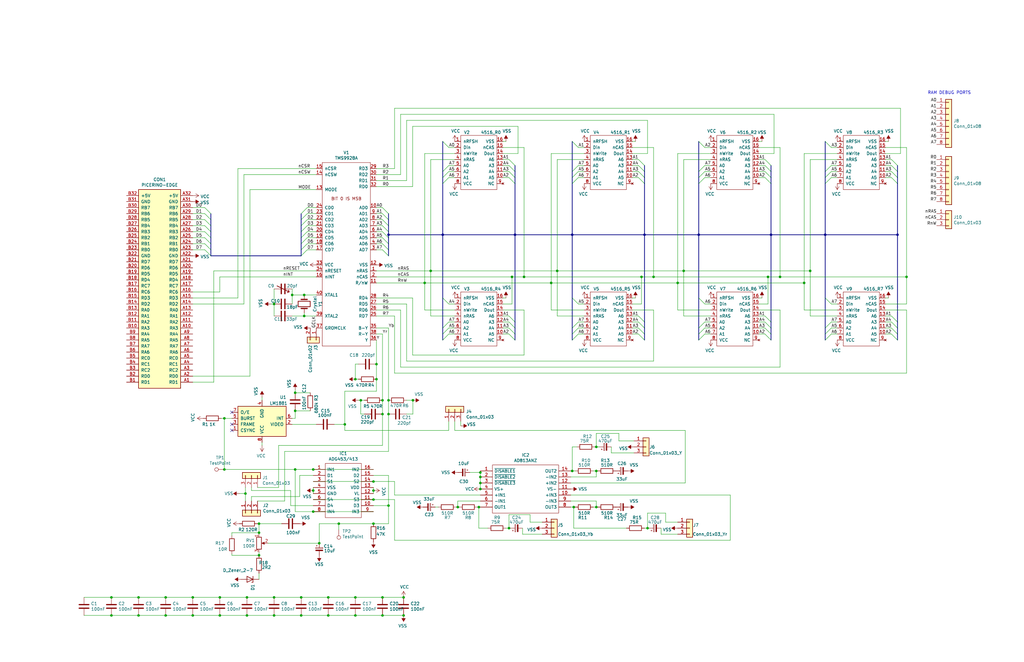
<source format=kicad_sch>
(kicad_sch (version 20211123) (generator eeschema)
  (paper "B")
  (junction (at 294.64 99.06))
  (junction (at 174.117 168.91))
  (junction (at 241.3 99.06))
  (junction (at 215.9 116.84))
  (junction (at 81.28 252.095))
  (junction (at 232.41 119.38))
  (junction (at 132.08 215.9))
  (junction (at 123.19 124.46))
  (junction (at 193.04 213.995))
  (junction (at 58.42 259.715))
  (junction (at 251.46 198.755))
  (junction (at 217.17 99.06))
  (junction (at 128.27 124.46))
  (junction (at 127 259.715))
  (junction (at 109.22 224.79))
  (junction (at 138.43 259.715))
  (junction (at 115.57 128.27))
  (junction (at 127 252.095))
  (junction (at 202.565 201.295))
  (junction (at 170.18 252.095))
  (junction (at 69.85 252.095))
  (junction (at 161.29 259.715))
  (junction (at 341.63 114.3))
  (junction (at 163.83 213.36))
  (junction (at 241.935 213.995))
  (junction (at 161.29 174.752))
  (junction (at 104.14 259.715))
  (junction (at 202.565 206.375))
  (junction (at 251.46 188.595))
  (junction (at 46.99 259.715))
  (junction (at 81.28 259.715))
  (junction (at 186.69 99.06))
  (junction (at 124.46 173.355))
  (junction (at 202.565 203.835))
  (junction (at 179.07 119.38))
  (junction (at 124.46 198.12))
  (junction (at 157.48 210.82))
  (junction (at 46.99 252.095))
  (junction (at 158.75 160.02))
  (junction (at 382.27 116.84))
  (junction (at 288.29 114.3))
  (junction (at 132.08 207.01))
  (junction (at 328.93 116.84))
  (junction (at 275.59 116.84))
  (junction (at 94.615 176.53))
  (junction (at 158.75 153.67))
  (junction (at 170.18 259.715))
  (junction (at 214.63 222.885))
  (junction (at 103.505 208.28))
  (junction (at 347.98 99.06))
  (junction (at 109.22 220.98))
  (junction (at 251.46 213.995))
  (junction (at 124.46 165.735))
  (junction (at 94.615 198.12))
  (junction (at 109.22 234.315))
  (junction (at 285.75 119.38))
  (junction (at 378.46 99.06))
  (junction (at 134.62 229.235))
  (junction (at 142.875 220.98))
  (junction (at 241.3 198.755))
  (junction (at 202.565 199.39))
  (junction (at 220.98 116.84))
  (junction (at 157.48 203.2))
  (junction (at 325.12 99.06))
  (junction (at 234.95 114.3))
  (junction (at 157.48 207.01))
  (junction (at 161.29 252.095))
  (junction (at 92.71 259.715))
  (junction (at 149.86 259.715))
  (junction (at 58.42 252.095))
  (junction (at 104.14 252.095))
  (junction (at 163.83 168.91))
  (junction (at 163.83 174.752))
  (junction (at 149.86 252.095))
  (junction (at 145.415 179.07))
  (junction (at 323.85 116.84))
  (junction (at 152.146 168.91))
  (junction (at 181.61 114.3))
  (junction (at 69.85 259.715))
  (junction (at 128.27 133.35))
  (junction (at 271.78 99.06))
  (junction (at 92.71 252.095))
  (junction (at 163.83 99.06))
  (junction (at 115.57 252.095))
  (junction (at 115.57 259.715))
  (junction (at 339.09 119.38))
  (junction (at 161.29 168.91))
  (junction (at 132.08 198.12))
  (junction (at 270.51 116.84))
  (junction (at 138.43 252.095))
  (junction (at 157.48 220.98))
  (junction (at 149.86 160.02))
  (junction (at 273.05 222.885))
  (junction (at 201.93 213.995))
  (no_connect (at 97.79 181.61))
  (no_connect (at 97.79 173.99))
  (no_connect (at 97.79 179.07))
  (bus_entry (at 375.92 74.93) (size 2.54 2.54))
  (bus_entry (at 88.9 95.25) (size -2.54 -2.54))
  (bus_entry (at 214.63 138.43) (size 2.54 2.54))
  (bus_entry (at 127 90.17) (size 2.54 -2.54))
  (bus_entry (at 350.52 72.39) (size -2.54 2.54))
  (bus_entry (at 127 92.71) (size 2.54 -2.54))
  (bus_entry (at 161.29 100.33) (size 2.54 2.54))
  (bus_entry (at 350.52 69.85) (size -2.54 2.54))
  (bus_entry (at 88.9 100.33) (size -2.54 -2.54))
  (bus_entry (at 189.23 74.93) (size -2.54 2.54))
  (bus_entry (at 297.18 140.97) (size -2.54 2.54))
  (bus_entry (at 297.18 69.85) (size -2.54 2.54))
  (bus_entry (at 214.63 72.39) (size 2.54 2.54))
  (bus_entry (at 214.63 140.97) (size 2.54 2.54))
  (bus_entry (at 127 102.87) (size 2.54 -2.54))
  (bus_entry (at 322.58 74.93) (size 2.54 2.54))
  (bus_entry (at 297.18 62.23) (size -2.54 -2.54))
  (bus_entry (at 214.63 69.85) (size 2.54 2.54))
  (bus_entry (at 350.52 135.89) (size -2.54 2.54))
  (bus_entry (at 189.23 138.43) (size -2.54 2.54))
  (bus_entry (at 214.63 135.89) (size 2.54 2.54))
  (bus_entry (at 243.84 135.89) (size -2.54 2.54))
  (bus_entry (at 297.18 128.27) (size -2.54 -2.54))
  (bus_entry (at 269.24 67.31) (size 2.54 2.54))
  (bus_entry (at 269.24 69.85) (size 2.54 2.54))
  (bus_entry (at 375.92 140.97) (size 2.54 2.54))
  (bus_entry (at 350.52 128.27) (size -2.54 -2.54))
  (bus_entry (at 375.92 138.43) (size 2.54 2.54))
  (bus_entry (at 322.58 133.35) (size 2.54 2.54))
  (bus_entry (at 88.9 105.41) (size -2.54 -2.54))
  (bus_entry (at 189.23 62.23) (size -2.54 -2.54))
  (bus_entry (at 269.24 133.35) (size 2.54 2.54))
  (bus_entry (at 243.84 72.39) (size -2.54 2.54))
  (bus_entry (at 243.84 74.93) (size -2.54 2.54))
  (bus_entry (at 350.52 74.93) (size -2.54 2.54))
  (bus_entry (at 127 97.79) (size 2.54 -2.54))
  (bus_entry (at 322.58 140.97) (size 2.54 2.54))
  (bus_entry (at 189.23 140.97) (size -2.54 2.54))
  (bus_entry (at 322.58 67.31) (size 2.54 2.54))
  (bus_entry (at 214.63 74.93) (size 2.54 2.54))
  (bus_entry (at 350.52 140.97) (size -2.54 2.54))
  (bus_entry (at 375.92 69.85) (size 2.54 2.54))
  (bus_entry (at 269.24 74.93) (size 2.54 2.54))
  (bus_entry (at 375.92 133.35) (size 2.54 2.54))
  (bus_entry (at 161.29 105.41) (size 2.54 2.54))
  (bus_entry (at 88.9 107.95) (size -2.54 -2.54))
  (bus_entry (at 127 95.25) (size 2.54 -2.54))
  (bus_entry (at 322.58 69.85) (size 2.54 2.54))
  (bus_entry (at 269.24 140.97) (size 2.54 2.54))
  (bus_entry (at 297.18 72.39) (size -2.54 2.54))
  (bus_entry (at 375.92 67.31) (size 2.54 2.54))
  (bus_entry (at 243.84 140.97) (size -2.54 2.54))
  (bus_entry (at 161.29 97.79) (size 2.54 2.54))
  (bus_entry (at 161.29 102.87) (size 2.54 2.54))
  (bus_entry (at 189.23 72.39) (size -2.54 2.54))
  (bus_entry (at 243.84 138.43) (size -2.54 2.54))
  (bus_entry (at 88.9 90.17) (size -2.54 -2.54))
  (bus_entry (at 214.63 133.35) (size 2.54 2.54))
  (bus_entry (at 243.84 69.85) (size -2.54 2.54))
  (bus_entry (at 375.92 135.89) (size 2.54 2.54))
  (bus_entry (at 189.23 69.85) (size -2.54 2.54))
  (bus_entry (at 322.58 72.39) (size 2.54 2.54))
  (bus_entry (at 269.24 138.43) (size 2.54 2.54))
  (bus_entry (at 88.9 92.71) (size -2.54 -2.54))
  (bus_entry (at 189.23 128.27) (size -2.54 -2.54))
  (bus_entry (at 161.29 92.71) (size 2.54 2.54))
  (bus_entry (at 269.24 72.39) (size 2.54 2.54))
  (bus_entry (at 297.18 138.43) (size -2.54 2.54))
  (bus_entry (at 214.63 67.31) (size 2.54 2.54))
  (bus_entry (at 243.84 128.27) (size -2.54 -2.54))
  (bus_entry (at 322.58 138.43) (size 2.54 2.54))
  (bus_entry (at 127 100.33) (size 2.54 -2.54))
  (bus_entry (at 269.24 135.89) (size 2.54 2.54))
  (bus_entry (at 350.52 62.23) (size -2.54 -2.54))
  (bus_entry (at 350.52 138.43) (size -2.54 2.54))
  (bus_entry (at 322.58 135.89) (size 2.54 2.54))
  (bus_entry (at 243.84 62.23) (size -2.54 -2.54))
  (bus_entry (at 161.29 90.17) (size 2.54 2.54))
  (bus_entry (at 127 107.95) (size 2.54 -2.54))
  (bus_entry (at 297.18 135.89) (size -2.54 2.54))
  (bus_entry (at 375.92 72.39) (size 2.54 2.54))
  (bus_entry (at 161.29 87.63) (size 2.54 2.54))
  (bus_entry (at 189.23 135.89) (size -2.54 2.54))
  (bus_entry (at 88.9 102.87) (size -2.54 -2.54))
  (bus_entry (at 297.18 74.93) (size -2.54 2.54))
  (bus_entry (at 127 105.41) (size 2.54 -2.54))
  (bus_entry (at 161.29 95.25) (size 2.54 2.54))
  (bus_entry (at 88.9 97.79) (size -2.54 -2.54))
  (wire (pts (xy 124.46 165.735) (xy 130.81 165.735)))
  (wire (pts (xy 142.875 220.98) (xy 157.48 220.98)))
  (wire (pts (xy 326.39 64.77) (xy 320.04 64.77)))
  (bus (pts (xy 241.3 99.06) (xy 241.3 125.73)))
  (bus (pts (xy 217.17 74.93) (xy 217.17 77.47)))
  (bus (pts (xy 186.69 140.97) (xy 186.69 143.51)))
  (wire (pts (xy 234.95 114.3) (xy 234.95 67.31)))
  (bus (pts (xy 186.69 125.73) (xy 186.69 138.43)))
  (wire (pts (xy 285.75 64.77) (xy 299.72 64.77)))
  (wire (pts (xy 328.93 62.23) (xy 328.93 116.84)))
  (wire (pts (xy 234.95 133.35) (xy 234.95 114.3)))
  (wire (pts (xy 252.095 198.755) (xy 251.46 198.755)))
  (wire (pts (xy 109.22 220.98) (xy 118.745 220.98)))
  (wire (pts (xy 243.84 74.93) (xy 246.38 74.93)))
  (wire (pts (xy 100.33 125.73) (xy 81.28 125.73)))
  (bus (pts (xy 347.98 74.93) (xy 347.98 77.47)))
  (bus (pts (xy 186.69 77.47) (xy 186.69 99.06)))
  (wire (pts (xy 92.71 116.84) (xy 92.71 123.19)))
  (wire (pts (xy 132.08 215.9) (xy 157.48 215.9)))
  (wire (pts (xy 189.23 135.89) (xy 191.77 135.89)))
  (wire (pts (xy 223.52 217.17) (xy 214.63 217.17)))
  (wire (pts (xy 138.43 259.715) (xy 127 259.715)))
  (wire (pts (xy 189.23 177.8) (xy 189.23 181.61)))
  (wire (pts (xy 299.72 133.35) (xy 288.29 133.35)))
  (wire (pts (xy 297.18 135.89) (xy 299.72 135.89)))
  (wire (pts (xy 299.72 67.31) (xy 288.29 67.31)))
  (wire (pts (xy 241.3 188.595) (xy 243.205 188.595)))
  (wire (pts (xy 110.49 168.91) (xy 110.49 167.64)))
  (bus (pts (xy 271.78 72.39) (xy 271.78 74.93)))
  (wire (pts (xy 297.18 74.93) (xy 299.72 74.93)))
  (wire (pts (xy 151.13 153.67) (xy 149.86 153.67)))
  (bus (pts (xy 217.17 99.06) (xy 217.17 135.89)))
  (wire (pts (xy 202.565 199.39) (xy 202.565 198.755)))
  (wire (pts (xy 320.04 59.69) (xy 321.31 59.69)))
  (wire (pts (xy 341.63 133.35) (xy 341.63 114.3)))
  (wire (pts (xy 161.29 140.97) (xy 161.29 168.91)))
  (wire (pts (xy 115.57 121.92) (xy 115.57 128.27)))
  (wire (pts (xy 270.51 128.27) (xy 266.7 128.27)))
  (wire (pts (xy 243.84 138.43) (xy 246.38 138.43)))
  (wire (pts (xy 251.46 188.595) (xy 252.73 188.595)))
  (wire (pts (xy 214.63 133.35) (xy 212.09 133.35)))
  (wire (pts (xy 350.52 74.93) (xy 353.06 74.93)))
  (bus (pts (xy 163.83 99.06) (xy 186.69 99.06)))
  (wire (pts (xy 161.29 92.71) (xy 158.75 92.71)))
  (wire (pts (xy 168.91 73.66) (xy 168.91 48.26)))
  (wire (pts (xy 158.75 165.1) (xy 145.415 165.1)))
  (wire (pts (xy 123.19 124.46) (xy 123.19 121.92)))
  (wire (pts (xy 202.565 213.995) (xy 201.93 213.995)))
  (wire (pts (xy 250.825 188.595) (xy 251.46 188.595)))
  (wire (pts (xy 94.615 176.53) (xy 97.79 176.53)))
  (wire (pts (xy 288.925 203.835) (xy 288.925 181.61)))
  (wire (pts (xy 163.83 200.66) (xy 157.48 200.66)))
  (wire (pts (xy 158.75 116.84) (xy 215.9 116.84)))
  (wire (pts (xy 174.117 174.752) (xy 171.45 174.752)))
  (wire (pts (xy 320.04 125.73) (xy 321.31 125.73)))
  (wire (pts (xy 257.81 191.135) (xy 257.81 188.595)))
  (wire (pts (xy 86.36 90.17) (xy 81.28 90.17)))
  (wire (pts (xy 275.59 62.23) (xy 275.59 116.84)))
  (bus (pts (xy 127 95.25) (xy 127 97.79)))
  (wire (pts (xy 270.51 116.84) (xy 270.51 128.27)))
  (bus (pts (xy 294.64 99.06) (xy 294.64 125.73)))
  (wire (pts (xy 350.52 135.89) (xy 353.06 135.89)))
  (bus (pts (xy 271.78 69.85) (xy 271.78 72.39)))
  (wire (pts (xy 46.99 252.095) (xy 58.42 252.095)))
  (bus (pts (xy 325.12 99.06) (xy 347.98 99.06)))
  (wire (pts (xy 353.06 130.81) (xy 339.09 130.81)))
  (wire (pts (xy 320.04 67.31) (xy 322.58 67.31)))
  (wire (pts (xy 123.19 179.07) (xy 133.35 179.07)))
  (wire (pts (xy 145.415 179.07) (xy 145.415 181.61)))
  (wire (pts (xy 189.23 62.23) (xy 191.77 62.23)))
  (wire (pts (xy 90.17 114.3) (xy 133.35 114.3)))
  (wire (pts (xy 191.77 64.77) (xy 179.07 64.77)))
  (wire (pts (xy 69.85 259.715) (xy 58.42 259.715)))
  (wire (pts (xy 273.05 64.77) (xy 266.7 64.77)))
  (wire (pts (xy 158.75 130.81) (xy 168.91 130.81)))
  (wire (pts (xy 201.93 213.995) (xy 201.93 222.885)))
  (wire (pts (xy 297.18 69.85) (xy 299.72 69.85)))
  (wire (pts (xy 117.475 205.74) (xy 108.585 205.74)))
  (wire (pts (xy 232.41 119.38) (xy 285.75 119.38)))
  (wire (pts (xy 102.87 73.66) (xy 133.35 73.66)))
  (wire (pts (xy 373.38 62.23) (xy 382.27 62.23)))
  (bus (pts (xy 88.9 105.41) (xy 88.9 107.95)))
  (wire (pts (xy 280.67 216.535) (xy 273.05 216.535)))
  (wire (pts (xy 124.46 164.465) (xy 124.46 165.735)))
  (wire (pts (xy 158.75 143.51) (xy 158.75 153.67)))
  (wire (pts (xy 158.75 78.74) (xy 173.99 78.74)))
  (wire (pts (xy 161.29 168.91) (xy 161.29 174.752)))
  (wire (pts (xy 102.87 73.66) (xy 102.87 128.27)))
  (wire (pts (xy 373.38 69.85) (xy 375.92 69.85)))
  (wire (pts (xy 246.38 140.97) (xy 243.84 140.97)))
  (wire (pts (xy 106.045 209.55) (xy 106.045 211.455)))
  (wire (pts (xy 299.72 140.97) (xy 297.18 140.97)))
  (bus (pts (xy 378.46 74.93) (xy 378.46 77.47)))
  (wire (pts (xy 157.48 210.82) (xy 166.37 210.82)))
  (wire (pts (xy 220.345 225.425) (xy 228.6 225.425)))
  (wire (pts (xy 109.22 233.045) (xy 109.22 234.315)))
  (wire (pts (xy 126.365 200.66) (xy 126.365 209.55)))
  (wire (pts (xy 126.365 200.66) (xy 132.08 200.66)))
  (bus (pts (xy 325.12 135.89) (xy 325.12 138.43)))
  (wire (pts (xy 163.83 220.98) (xy 163.83 213.36)))
  (bus (pts (xy 127 92.71) (xy 127 95.25)))
  (wire (pts (xy 127 252.095) (xy 138.43 252.095)))
  (wire (pts (xy 212.09 59.69) (xy 213.36 59.69)))
  (wire (pts (xy 161.29 252.095) (xy 170.18 252.095)))
  (wire (pts (xy 323.85 116.84) (xy 323.85 128.27)))
  (wire (pts (xy 375.92 138.43) (xy 373.38 138.43)))
  (wire (pts (xy 353.06 67.31) (xy 341.63 67.31)))
  (wire (pts (xy 288.29 114.3) (xy 341.63 114.3)))
  (wire (pts (xy 269.24 74.93) (xy 266.7 74.93)))
  (wire (pts (xy 234.95 67.31) (xy 246.38 67.31)))
  (wire (pts (xy 109.22 225.425) (xy 109.22 224.79)))
  (wire (pts (xy 166.37 45.72) (xy 379.73 45.72)))
  (bus (pts (xy 88.9 95.25) (xy 88.9 97.79)))
  (wire (pts (xy 168.91 48.26) (xy 326.39 48.26)))
  (wire (pts (xy 280.67 220.345) (xy 280.67 216.535)))
  (wire (pts (xy 240.665 211.455) (xy 251.46 211.455)))
  (wire (pts (xy 158.75 71.12) (xy 166.37 71.12)))
  (wire (pts (xy 123.19 124.46) (xy 128.27 124.46)))
  (bus (pts (xy 271.78 77.47) (xy 271.78 99.06)))
  (wire (pts (xy 220.98 62.23) (xy 220.98 116.84)))
  (wire (pts (xy 189.23 140.97) (xy 191.77 140.97)))
  (wire (pts (xy 134.62 220.98) (xy 134.62 229.235)))
  (wire (pts (xy 232.41 130.81) (xy 232.41 119.38)))
  (bus (pts (xy 186.69 59.69) (xy 186.69 72.39)))
  (bus (pts (xy 294.64 140.97) (xy 294.64 143.51)))
  (wire (pts (xy 266.7 67.31) (xy 269.24 67.31)))
  (wire (pts (xy 103.505 208.28) (xy 103.505 205.74)))
  (wire (pts (xy 297.18 128.27) (xy 299.72 128.27)))
  (bus (pts (xy 241.3 72.39) (xy 241.3 74.93)))
  (wire (pts (xy 353.06 72.39) (xy 350.52 72.39)))
  (bus (pts (xy 294.64 74.93) (xy 294.64 77.47)))
  (wire (pts (xy 133.35 80.01) (xy 105.41 80.01)))
  (wire (pts (xy 214.63 222.885) (xy 215.265 222.885)))
  (wire (pts (xy 266.7 133.35) (xy 269.24 133.35)))
  (bus (pts (xy 294.64 72.39) (xy 294.64 74.93)))
  (bus (pts (xy 271.78 74.93) (xy 271.78 77.47)))
  (bus (pts (xy 217.17 69.85) (xy 217.17 72.39)))
  (wire (pts (xy 212.09 74.93) (xy 214.63 74.93)))
  (wire (pts (xy 191.77 67.31) (xy 181.61 67.31)))
  (bus (pts (xy 294.64 125.73) (xy 294.64 138.43)))
  (wire (pts (xy 339.09 130.81) (xy 339.09 119.38)))
  (wire (pts (xy 163.83 138.43) (xy 163.83 168.91)))
  (bus (pts (xy 88.9 92.71) (xy 88.9 95.25)))
  (wire (pts (xy 109.22 244.475) (xy 109.22 241.935)))
  (wire (pts (xy 122.555 213.36) (xy 132.08 213.36)))
  (bus (pts (xy 294.64 138.43) (xy 294.64 140.97)))
  (bus (pts (xy 186.69 74.93) (xy 186.69 77.47)))
  (wire (pts (xy 273.05 50.8) (xy 273.05 64.77)))
  (wire (pts (xy 373.38 128.27) (xy 382.27 128.27)))
  (bus (pts (xy 241.3 125.73) (xy 241.3 138.43)))
  (wire (pts (xy 145.415 165.1) (xy 145.415 179.07)))
  (bus (pts (xy 347.98 77.47) (xy 347.98 99.06)))
  (wire (pts (xy 120.015 190.5) (xy 120.015 211.455)))
  (wire (pts (xy 86.36 100.33) (xy 81.28 100.33)))
  (wire (pts (xy 158.75 114.3) (xy 181.61 114.3)))
  (wire (pts (xy 35.433 259.715) (xy 46.99 259.715)))
  (wire (pts (xy 140.97 179.07) (xy 145.415 179.07)))
  (wire (pts (xy 115.57 252.095) (xy 127 252.095)))
  (bus (pts (xy 217.17 138.43) (xy 217.17 140.97)))
  (wire (pts (xy 191.77 181.61) (xy 191.77 177.8)))
  (wire (pts (xy 157.48 213.36) (xy 163.83 213.36)))
  (wire (pts (xy 132.08 198.12) (xy 124.46 198.12)))
  (wire (pts (xy 158.75 90.17) (xy 161.29 90.17)))
  (wire (pts (xy 161.29 87.63) (xy 158.75 87.63)))
  (bus (pts (xy 325.12 72.39) (xy 325.12 74.93)))
  (wire (pts (xy 132.08 198.12) (xy 157.48 198.12)))
  (wire (pts (xy 158.75 153.67) (xy 158.75 160.02)))
  (wire (pts (xy 129.54 105.41) (xy 133.35 105.41)))
  (wire (pts (xy 134.62 220.98) (xy 142.875 220.98)))
  (bus (pts (xy 325.12 69.85) (xy 325.12 72.39)))
  (wire (pts (xy 104.14 259.715) (xy 115.57 259.715)))
  (bus (pts (xy 347.98 138.43) (xy 347.98 140.97)))
  (bus (pts (xy 347.98 140.97) (xy 347.98 143.51)))
  (bus (pts (xy 217.17 135.89) (xy 217.17 138.43)))
  (wire (pts (xy 212.09 138.43) (xy 214.63 138.43)))
  (wire (pts (xy 109.22 224.79) (xy 97.79 224.79)))
  (wire (pts (xy 161.29 102.87) (xy 158.75 102.87)))
  (wire (pts (xy 158.75 160.02) (xy 158.75 165.1)))
  (wire (pts (xy 171.45 50.8) (xy 273.05 50.8)))
  (bus (pts (xy 378.46 69.85) (xy 378.46 72.39)))
  (wire (pts (xy 129.54 92.71) (xy 133.35 92.71)))
  (wire (pts (xy 228.6 220.345) (xy 223.52 220.345)))
  (wire (pts (xy 151.13 168.91) (xy 152.146 168.91)))
  (wire (pts (xy 122.555 207.01) (xy 122.555 213.36)))
  (wire (pts (xy 81.28 92.71) (xy 86.36 92.71)))
  (wire (pts (xy 181.61 67.31) (xy 181.61 114.3)))
  (wire (pts (xy 158.75 100.33) (xy 161.29 100.33)))
  (bus (pts (xy 325.12 74.93) (xy 325.12 77.47)))
  (wire (pts (xy 193.04 213.995) (xy 192.405 213.995)))
  (bus (pts (xy 88.9 97.79) (xy 88.9 100.33)))
  (wire (pts (xy 129.54 100.33) (xy 133.35 100.33)))
  (bus (pts (xy 347.98 125.73) (xy 347.98 138.43)))
  (wire (pts (xy 105.41 80.01) (xy 105.41 158.75)))
  (wire (pts (xy 163.83 168.91) (xy 163.83 174.752)))
  (wire (pts (xy 374.65 125.73) (xy 373.38 125.73)))
  (wire (pts (xy 250.19 213.995) (xy 251.46 213.995)))
  (bus (pts (xy 294.64 99.06) (xy 325.12 99.06)))
  (wire (pts (xy 173.99 78.74) (xy 173.99 53.34)))
  (wire (pts (xy 271.78 222.885) (xy 273.05 222.885)))
  (bus (pts (xy 217.17 72.39) (xy 217.17 74.93)))
  (bus (pts (xy 88.9 100.33) (xy 88.9 102.87)))
  (wire (pts (xy 142.875 223.52) (xy 142.875 220.98)))
  (wire (pts (xy 166.37 203.2) (xy 157.48 203.2)))
  (wire (pts (xy 173.99 53.34) (xy 218.44 53.34)))
  (wire (pts (xy 92.71 259.715) (xy 81.28 259.715)))
  (bus (pts (xy 241.3 140.97) (xy 241.3 143.51)))
  (wire (pts (xy 166.37 210.82) (xy 166.37 227.965)))
  (wire (pts (xy 166.37 71.12) (xy 166.37 45.72)))
  (wire (pts (xy 373.38 140.97) (xy 375.92 140.97)))
  (wire (pts (xy 382.27 128.27) (xy 382.27 116.84)))
  (bus (pts (xy 378.46 77.47) (xy 378.46 99.06)))
  (wire (pts (xy 202.565 211.455) (xy 193.04 211.455)))
  (wire (pts (xy 214.63 217.17) (xy 214.63 222.885)))
  (wire (pts (xy 191.77 138.43) (xy 189.23 138.43)))
  (wire (pts (xy 124.46 173.355) (xy 124.46 176.53)))
  (wire (pts (xy 104.14 259.715) (xy 92.71 259.715)))
  (bus (pts (xy 347.98 59.69) (xy 347.98 72.39)))
  (wire (pts (xy 122.555 207.01) (xy 106.045 207.01)))
  (wire (pts (xy 46.99 252.095) (xy 35.433 252.095)))
  (wire (pts (xy 168.91 130.81) (xy 168.91 154.94)))
  (bus (pts (xy 127 102.87) (xy 127 105.41)))
  (wire (pts (xy 320.04 135.89) (xy 322.58 135.89)))
  (wire (pts (xy 179.07 64.77) (xy 179.07 119.38)))
  (wire (pts (xy 213.36 222.885) (xy 214.63 222.885)))
  (wire (pts (xy 191.77 181.61) (xy 288.925 181.61)))
  (wire (pts (xy 201.93 213.995) (xy 201.295 213.995)))
  (wire (pts (xy 191.77 69.85) (xy 189.23 69.85)))
  (wire (pts (xy 158.75 138.43) (xy 163.83 138.43)))
  (wire (pts (xy 323.85 116.84) (xy 328.93 116.84)))
  (wire (pts (xy 181.61 133.35) (xy 181.61 114.3)))
  (wire (pts (xy 189.23 74.93) (xy 191.77 74.93)))
  (wire (pts (xy 266.7 138.43) (xy 269.24 138.43)))
  (wire (pts (xy 243.84 128.27) (xy 246.38 128.27)))
  (wire (pts (xy 158.75 128.27) (xy 171.45 128.27)))
  (wire (pts (xy 173.99 149.86) (xy 220.98 149.86)))
  (wire (pts (xy 307.975 227.965) (xy 307.975 208.915)))
  (wire (pts (xy 133.35 102.87) (xy 129.54 102.87)))
  (wire (pts (xy 299.72 130.81) (xy 285.75 130.81)))
  (wire (pts (xy 266.7 59.69) (xy 267.97 59.69)))
  (wire (pts (xy 157.48 220.98) (xy 163.83 220.98)))
  (wire (pts (xy 285.75 119.38) (xy 285.75 64.77)))
  (bus (pts (xy 378.46 138.43) (xy 378.46 140.97)))
  (bus (pts (xy 217.17 99.06) (xy 241.3 99.06)))
  (bus (pts (xy 163.83 105.41) (xy 163.83 107.95)))
  (wire (pts (xy 251.46 198.755) (xy 251.46 201.295)))
  (wire (pts (xy 92.71 116.84) (xy 133.35 116.84)))
  (wire (pts (xy 297.18 138.43) (xy 299.72 138.43)))
  (bus (pts (xy 241.3 59.69) (xy 241.3 72.39)))
  (wire (pts (xy 297.18 62.23) (xy 299.72 62.23)))
  (wire (pts (xy 117.475 187.96) (xy 161.29 187.96)))
  (wire (pts (xy 232.41 64.77) (xy 246.38 64.77)))
  (wire (pts (xy 260.985 182.88) (xy 251.46 182.88)))
  (wire (pts (xy 161.29 174.752) (xy 161.29 187.96)))
  (bus (pts (xy 241.3 138.43) (xy 241.3 140.97)))
  (wire (pts (xy 86.36 105.41) (xy 81.28 105.41)))
  (wire (pts (xy 158.75 76.2) (xy 171.45 76.2)))
  (wire (pts (xy 214.63 72.39) (xy 212.09 72.39)))
  (wire (pts (xy 161.29 259.715) (xy 149.86 259.715)))
  (wire (pts (xy 232.41 119.38) (xy 232.41 64.77)))
  (wire (pts (xy 179.07 119.38) (xy 232.41 119.38)))
  (wire (pts (xy 126.365 209.55) (xy 106.045 209.55)))
  (bus (pts (xy 186.69 72.39) (xy 186.69 74.93)))
  (wire (pts (xy 212.09 130.81) (xy 220.98 130.81)))
  (wire (pts (xy 220.98 116.84) (xy 270.51 116.84)))
  (wire (pts (xy 212.09 125.73) (xy 213.36 125.73)))
  (wire (pts (xy 323.85 128.27) (xy 320.04 128.27)))
  (wire (pts (xy 100.965 208.28) (xy 103.505 208.28)))
  (wire (pts (xy 81.28 102.87) (xy 86.36 102.87)))
  (wire (pts (xy 189.23 72.39) (xy 191.77 72.39)))
  (wire (pts (xy 124.46 215.9) (xy 124.46 198.12)))
  (wire (pts (xy 375.92 67.31) (xy 373.38 67.31)))
  (wire (pts (xy 171.45 76.2) (xy 171.45 50.8)))
  (wire (pts (xy 353.06 138.43) (xy 350.52 138.43)))
  (wire (pts (xy 240.665 203.835) (xy 288.925 203.835)))
  (wire (pts (xy 174.117 168.91) (xy 174.117 174.752)))
  (wire (pts (xy 218.44 64.77) (xy 212.09 64.77)))
  (wire (pts (xy 132.08 203.2) (xy 157.48 203.2)))
  (wire (pts (xy 81.28 97.79) (xy 86.36 97.79)))
  (bus (pts (xy 127 97.79) (xy 127 100.33)))
  (wire (pts (xy 322.58 138.43) (xy 320.04 138.43)))
  (wire (pts (xy 93.345 176.53) (xy 94.615 176.53)))
  (bus (pts (xy 127 105.41) (xy 127 107.95)))
  (wire (pts (xy 243.84 72.39) (xy 246.38 72.39)))
  (wire (pts (xy 201.93 222.885) (xy 205.74 222.885)))
  (wire (pts (xy 158.75 73.66) (xy 168.91 73.66)))
  (wire (pts (xy 373.38 74.93) (xy 375.92 74.93)))
  (wire (pts (xy 149.86 160.02) (xy 151.13 160.02)))
  (wire (pts (xy 214.63 140.97) (xy 212.09 140.97)))
  (wire (pts (xy 328.93 116.84) (xy 382.27 116.84)))
  (wire (pts (xy 158.75 133.35) (xy 166.37 133.35)))
  (wire (pts (xy 158.75 125.73) (xy 173.99 125.73)))
  (wire (pts (xy 373.38 130.81) (xy 382.27 130.81)))
  (wire (pts (xy 81.28 259.715) (xy 69.85 259.715)))
  (wire (pts (xy 251.46 213.995) (xy 252.095 213.995)))
  (wire (pts (xy 243.84 62.23) (xy 246.38 62.23)))
  (wire (pts (xy 251.46 211.455) (xy 251.46 213.995)))
  (wire (pts (xy 128.27 133.35) (xy 133.35 133.35)))
  (wire (pts (xy 194.31 179.705) (xy 194.31 177.8)))
  (wire (pts (xy 94.615 198.12) (xy 94.615 176.53)))
  (wire (pts (xy 350.52 140.97) (xy 353.06 140.97)))
  (wire (pts (xy 86.36 95.25) (xy 81.28 95.25)))
  (wire (pts (xy 145.415 181.61) (xy 189.23 181.61)))
  (wire (pts (xy 129.54 87.63) (xy 133.35 87.63)))
  (wire (pts (xy 234.95 114.3) (xy 288.29 114.3)))
  (wire (pts (xy 90.17 161.29) (xy 81.28 161.29)))
  (wire (pts (xy 109.22 224.79) (xy 109.22 220.98)))
  (wire (pts (xy 288.29 67.31) (xy 288.29 114.3)))
  (bus (pts (xy 163.83 102.87) (xy 163.83 105.41)))
  (bus (pts (xy 163.83 99.06) (xy 163.83 100.33)))
  (wire (pts (xy 189.23 128.27) (xy 191.77 128.27)))
  (wire (pts (xy 373.38 59.69) (xy 374.65 59.69)))
  (wire (pts (xy 103.505 211.455) (xy 103.505 208.28)))
  (wire (pts (xy 92.71 123.19) (xy 81.28 123.19)))
  (wire (pts (xy 273.05 216.535) (xy 273.05 222.885)))
  (wire (pts (xy 320.04 140.97) (xy 322.58 140.97)))
  (wire (pts (xy 202.565 203.835) (xy 202.565 201.295)))
  (wire (pts (xy 133.35 71.12) (xy 100.33 71.12)))
  (bus (pts (xy 88.9 90.17) (xy 88.9 92.71)))
  (wire (pts (xy 97.79 224.79) (xy 97.79 226.06)))
  (wire (pts (xy 260.985 186.055) (xy 267.335 186.055)))
  (wire (pts (xy 322.58 133.35) (xy 320.04 133.35)))
  (wire (pts (xy 102.87 128.27) (xy 81.28 128.27)))
  (wire (pts (xy 69.85 252.095) (xy 81.28 252.095)))
  (wire (pts (xy 86.36 87.63) (xy 81.28 87.63)))
  (wire (pts (xy 212.09 69.85) (xy 214.63 69.85)))
  (wire (pts (xy 202.565 201.295) (xy 202.565 199.39)))
  (wire (pts (xy 266.7 130.81) (xy 275.59 130.81)))
  (wire (pts (xy 214.63 67.31) (xy 212.09 67.31)))
  (wire (pts (xy 251.46 201.295) (xy 240.665 201.295)))
  (wire (pts (xy 241.935 222.885) (xy 241.935 213.995)))
  (wire (pts (xy 269.24 140.97) (xy 266.7 140.97)))
  (wire (pts (xy 128.27 132.08) (xy 128.27 133.35)))
  (wire (pts (xy 152.146 174.752) (xy 152.146 168.91)))
  (wire (pts (xy 320.04 130.81) (xy 328.93 130.81)))
  (wire (pts (xy 322.58 74.93) (xy 320.04 74.93)))
  (bus (pts (xy 347.98 99.06) (xy 347.98 125.73)))
  (wire (pts (xy 97.79 234.315) (xy 109.22 234.315)))
  (wire (pts (xy 124.46 176.53) (xy 123.19 176.53)))
  (bus (pts (xy 271.78 135.89) (xy 271.78 138.43)))
  (bus (pts (xy 163.83 97.79) (xy 163.83 99.06)))
  (wire (pts (xy 191.77 133.35) (xy 181.61 133.35)))
  (bus (pts (xy 294.64 77.47) (xy 294.64 99.06)))
  (wire (pts (xy 280.67 220.345) (xy 285.75 220.345)))
  (wire (pts (xy 173.99 125.73) (xy 173.99 149.86)))
  (wire (pts (xy 117.475 187.96) (xy 117.475 205.74)))
  (wire (pts (xy 129.54 97.79) (xy 133.35 97.79)))
  (bus (pts (xy 271.78 99.06) (xy 271.78 135.89)))
  (wire (pts (xy 168.91 154.94) (xy 328.93 154.94)))
  (wire (pts (xy 157.48 205.74) (xy 157.48 207.01)))
  (wire (pts (xy 133.35 95.25) (xy 129.54 95.25)))
  (bus (pts (xy 347.98 99.06) (xy 378.46 99.06)))
  (wire (pts (xy 246.38 133.35) (xy 234.95 133.35)))
  (wire (pts (xy 132.08 210.82) (xy 157.48 210.82)))
  (wire (pts (xy 246.38 130.81) (xy 232.41 130.81)))
  (bus (pts (xy 163.83 92.71) (xy 163.83 95.25)))
  (bus (pts (xy 271.78 138.43) (xy 271.78 140.97)))
  (wire (pts (xy 285.75 119.38) (xy 339.09 119.38)))
  (wire (pts (xy 123.19 133.35) (xy 128.27 133.35)))
  (bus (pts (xy 127 90.17) (xy 127 92.71)))
  (bus (pts (xy 325.12 77.47) (xy 325.12 99.06)))
  (wire (pts (xy 149.86 259.715) (xy 138.43 259.715)))
  (wire (pts (xy 320.04 72.39) (xy 322.58 72.39)))
  (wire (pts (xy 132.08 205.74) (xy 132.08 207.01)))
  (bus (pts (xy 378.46 72.39) (xy 378.46 74.93)))
  (wire (pts (xy 275.59 116.84) (xy 323.85 116.84)))
  (wire (pts (xy 81.28 252.095) (xy 92.71 252.095)))
  (wire (pts (xy 379.73 45.72) (xy 379.73 64.77)))
  (bus (pts (xy 325.12 140.97) (xy 325.12 143.51)))
  (wire (pts (xy 46.99 259.715) (xy 58.42 259.715)))
  (wire (pts (xy 171.45 168.91) (xy 174.117 168.91)))
  (bus (pts (xy 347.98 72.39) (xy 347.98 74.93)))
  (bus (pts (xy 163.83 90.17) (xy 163.83 92.71)))
  (wire (pts (xy 353.06 64.77) (xy 339.09 64.77)))
  (wire (pts (xy 120.015 211.455) (xy 108.585 211.455)))
  (wire (pts (xy 375.92 72.39) (xy 373.38 72.39)))
  (wire (pts (xy 191.77 130.81) (xy 179.07 130.81)))
  (wire (pts (xy 240.665 213.995) (xy 241.935 213.995)))
  (wire (pts (xy 278.765 225.425) (xy 278.765 222.885)))
  (bus (pts (xy 241.3 99.06) (xy 271.78 99.06)))
  (wire (pts (xy 171.45 128.27) (xy 171.45 152.4)))
  (wire (pts (xy 127 259.715) (xy 115.57 259.715)))
  (wire (pts (xy 138.43 252.095) (xy 149.86 252.095)))
  (wire (pts (xy 373.38 135.89) (xy 375.92 135.89)))
  (wire (pts (xy 158.75 95.25) (xy 161.29 95.25)))
  (wire (pts (xy 198.12 199.39) (xy 202.565 199.39)))
  (wire (pts (xy 341.63 67.31) (xy 341.63 114.3)))
  (wire (pts (xy 129.54 90.17) (xy 133.35 90.17)))
  (wire (pts (xy 241.935 222.885) (xy 264.16 222.885)))
  (wire (pts (xy 297.18 72.39) (xy 299.72 72.39)))
  (wire (pts (xy 266.7 125.73) (xy 267.97 125.73)))
  (wire (pts (xy 183.515 213.995) (xy 184.785 213.995)))
  (bus (pts (xy 325.12 138.43) (xy 325.12 140.97)))
  (wire (pts (xy 350.52 62.23) (xy 353.06 62.23)))
  (wire (pts (xy 105.41 158.75) (xy 81.28 158.75)))
  (wire (pts (xy 181.61 114.3) (xy 234.95 114.3)))
  (wire (pts (xy 353.06 133.35) (xy 341.63 133.35)))
  (wire (pts (xy 202.565 206.375) (xy 202.565 203.835)))
  (wire (pts (xy 193.675 213.995) (xy 193.04 213.995)))
  (wire (pts (xy 240.665 208.915) (xy 307.975 208.915)))
  (bus (pts (xy 127 100.33) (xy 127 102.87)))
  (wire (pts (xy 124.46 198.12) (xy 94.615 198.12)))
  (bus (pts (xy 88.9 107.95) (xy 127 107.95)))
  (wire (pts (xy 218.44 53.34) (xy 218.44 64.77)))
  (bus (pts (xy 186.69 99.06) (xy 217.17 99.06)))
  (wire (pts (xy 260.985 186.055) (xy 260.985 182.88)))
  (wire (pts (xy 132.08 207.01) (xy 132.08 208.28)))
  (wire (pts (xy 266.7 62.23) (xy 275.59 62.23)))
  (wire (pts (xy 350.52 69.85) (xy 353.06 69.85)))
  (wire (pts (xy 166.37 157.48) (xy 382.27 157.48)))
  (wire (pts (xy 97.79 233.68) (xy 97.79 234.315)))
  (bus (pts (xy 217.17 140.97) (xy 217.17 143.51)))
  (wire (pts (xy 106.045 207.01) (xy 106.045 205.74)))
  (bus (pts (xy 186.69 99.06) (xy 186.69 125.73)))
  (wire (pts (xy 350.52 128.27) (xy 353.06 128.27)))
  (wire (pts (xy 241.3 188.595) (xy 241.3 198.755)))
  (wire (pts (xy 130.81 173.355) (xy 124.46 173.355)))
  (wire (pts (xy 382.27 130.81) (xy 382.27 157.48)))
  (wire (pts (xy 109.22 220.98) (xy 108.585 220.98)))
  (wire (pts (xy 266.7 135.89) (xy 269.24 135.89)))
  (wire (pts (xy 171.45 152.4) (xy 275.59 152.4)))
  (wire (pts (xy 220.345 222.885) (xy 220.345 225.425)))
  (wire (pts (xy 166.37 208.915) (xy 166.37 203.2)))
  (wire (pts (xy 193.04 211.455) (xy 193.04 213.995)))
  (wire (pts (xy 273.05 222.885) (xy 273.685 222.885)))
  (wire (pts (xy 240.665 198.755) (xy 241.3 198.755)))
  (wire (pts (xy 157.48 207.01) (xy 157.48 208.28)))
  (wire (pts (xy 288.29 133.35) (xy 288.29 114.3)))
  (wire (pts (xy 166.37 133.35) (xy 166.37 157.48)))
  (wire (pts (xy 266.7 72.39) (xy 269.24 72.39)))
  (wire (pts (xy 270.51 116.84) (xy 275.59 116.84)))
  (bus (pts (xy 163.83 100.33) (xy 163.83 102.87)))
  (wire (pts (xy 158.75 140.97) (xy 161.29 140.97)))
  (wire (pts (xy 104.14 252.095) (xy 115.57 252.095)))
  (bus (pts (xy 378.46 135.89) (xy 378.46 138.43)))
  (wire (pts (xy 212.09 62.23) (xy 220.98 62.23)))
  (wire (pts (xy 382.27 62.23) (xy 382.27 116.84)))
  (wire (pts (xy 123.19 128.27) (xy 123.19 124.46)))
  (wire (pts (xy 320.04 62.23) (xy 328.93 62.23)))
  (bus (pts (xy 163.83 95.25) (xy 163.83 97.79)))
  (wire (pts (xy 275.59 130.81) (xy 275.59 152.4)))
  (wire (pts (xy 285.75 130.81) (xy 285.75 119.38)))
  (wire (pts (xy 149.86 153.67) (xy 149.86 160.02)))
  (wire (pts (xy 241.935 213.995) (xy 242.57 213.995)))
  (wire (pts (xy 163.83 213.36) (xy 163.83 200.66)))
  (wire (pts (xy 110.49 186.69) (xy 110.49 187.96)))
  (bus (pts (xy 271.78 140.97) (xy 271.78 143.51)))
  (wire (pts (xy 328.93 154.94) (xy 328.93 130.81)))
  (wire (pts (xy 339.09 64.77) (xy 339.09 119.38)))
  (bus (pts (xy 294.64 59.69) (xy 294.64 72.39)))
  (wire (pts (xy 90.17 114.3) (xy 90.17 161.29)))
  (wire (pts (xy 223.52 220.345) (xy 223.52 217.17)))
  (wire (pts (xy 251.46 182.88) (xy 251.46 188.595)))
  (wire (pts (xy 212.09 135.89) (xy 214.63 135.89)))
  (bus (pts (xy 186.69 138.43) (xy 186.69 140.97)))
  (wire (pts (xy 166.37 227.965) (xy 307.975 227.965)))
  (wire (pts (xy 124.46 215.9) (xy 132.08 215.9)))
  (wire (pts (xy 212.09 128.27) (xy 215.9 128.27)))
  (wire (pts (xy 163.83 174.752) (xy 163.83 190.5)))
  (wire (pts (xy 152.146 168.91) (xy 153.67 168.91)))
  (wire (pts (xy 243.84 69.85) (xy 246.38 69.85)))
  (wire (pts (xy 100.33 71.12) (xy 100.33 125.73)))
  (wire (pts (xy 114.3 128.27) (xy 115.57 128.27)))
  (wire (pts (xy 375.92 133.35) (xy 373.38 133.35)))
  (wire (pts (xy 322.58 69.85) (xy 320.04 69.85)))
  (wire (pts (xy 220.98 130.81) (xy 220.98 149.86)))
  (wire (pts (xy 170.18 259.715) (xy 161.29 259.715)))
  (bus (pts (xy 217.17 77.47) (xy 217.17 99.06)))
  (wire (pts (xy 115.57 128.27) (xy 115.57 133.35)))
  (bus (pts (xy 271.78 99.06) (xy 294.64 99.06)))
  (wire (pts (xy 215.9 128.27) (xy 215.9 116.84)))
  (wire (pts (xy 166.37 208.915) (xy 202.565 208.915)))
  (wire (pts (xy 92.71 252.095) (xy 104.14 252.095)))
  (wire (pts (xy 161.29 97.79) (xy 158.75 97.79)))
  (wire (pts (xy 113.03 229.235) (xy 134.62 229.235)))
  (wire (pts (xy 179.07 130.81) (xy 179.07 119.38)))
  (wire (pts (xy 158.75 119.38) (xy 179.07 119.38)))
  (wire (pts (xy 379.73 64.77) (xy 373.38 64.77)))
  (bus (pts (xy 378.46 140.97) (xy 378.46 143.51)))
  (wire (pts (xy 158.75 105.41) (xy 161.29 105.41)))
  (wire (pts (xy 149.86 252.095) (xy 161.29 252.095)))
  (bus (pts (xy 325.12 99.06) (xy 325.12 135.89)))
  (wire (pts (xy 241.3 198.755) (xy 242.57 198.755)))
  (wire (pts (xy 269.24 69.85) (xy 266.7 69.85)))
  (bus (pts (xy 241.3 77.47) (xy 241.3 99.06)))
  (bus (pts (xy 378.46 99.06) (xy 378.46 135.89)))
  (wire (pts (xy 326.39 48.26) (xy 326.39 64.77)))
  (wire (pts (xy 58.42 252.095) (xy 69.85 252.095)))
  (wire (pts (xy 243.84 135.89) (xy 246.38 135.89)))
  (wire (pts (xy 251.46 198.755) (xy 250.19 198.755)))
  (wire (pts (xy 128.27 124.46) (xy 133.35 124.46)))
  (wire (pts (xy 153.67 174.752) (xy 152.146 174.752)))
  (wire (pts (xy 120.015 190.5) (xy 163.83 190.5)))
  (wire (pts (xy 267.335 191.135) (xy 257.81 191.135)))
  (wire (pts (xy 215.9 116.84) (xy 220.98 116.84)))
  (bus (pts (xy 241.3 74.93) (xy 241.3 77.47)))
  (wire (pts (xy 285.75 225.425) (xy 278.765 225.425)))
  (bus (pts (xy 88.9 102.87) (xy 88.9 105.41)))
  (text "RAM DEBUG PORTS" (at 391.16 40.005 0) (effects (font (size 1.27 1.27)) (justify left bottom)))
  (label "GCLK" (at 133.35 138.43 90))
  (label "A1" (at 212.09 67.31 0))
  (label "A1" (at 394.97 45.72 180))
  (label "MODE" (at 125.73 80.01 0))
  (label "A4" (at 322.58 135.89 180))
  (label "A6" (at 299.72 74.93 180))
  (label "RnW" (at 394.97 95.25 180))
  (label "A0" (at 394.97 43.18 180))
  (label "A1" (at 246.38 62.23 180))
  (label "A6" (at 353.06 140.97 180))
  (label "A3" (at 394.97 50.8 180))
  (label "A7" (at 246.38 69.85 180))
  (label "A6" (at 158.75 102.87 0))
  (label "A7" (at 394.97 60.96 180))
  (label "nRESET" (at 119.38 114.3 0))
  (label "R3" (at 161.29 71.12 0))
  (label "A4" (at 212.09 69.85 0))
  (label "A5" (at 246.38 128.27 180))
  (label "A7" (at 353.06 128.27 180))
  (label "A3" (at 269.24 138.43 180))
  (label "A5" (at 353.06 138.43 180))
  (label "nCSR" (at 125.73 71.12 0))
  (label "A5" (at 299.72 138.43 180))
  (label "A1" (at 214.63 133.35 180))
  (label "R1" (at 161.29 76.2 0))
  (label "A6" (at 299.72 128.27 180))
  (label "A3" (at 214.63 138.43 180))
  (label "A2" (at 269.24 74.93 180))
  (label "RnW" (at 167.64 119.38 0))
  (label "A4" (at 269.24 135.89 180))
  (label "A6" (at 353.06 74.93 180))
  (label "A4" (at 191.77 128.27 180))
  (label "D7" (at 129.54 105.41 0))
  (label "A4" (at 375.92 135.89 180))
  (label "A5" (at 191.77 138.43 180))
  (label "A2" (at 212.09 74.93 0))
  (label "A1" (at 375.92 133.35 180))
  (label "A5" (at 158.75 100.33 0))
  (label "D1" (at 82.55 90.17 0))
  (label "R6" (at 394.97 82.55 180))
  (label "D3" (at 129.54 95.25 0))
  (label "A1" (at 158.75 90.17 0))
  (label "Yb" (at 163.83 138.43 0))
  (label "A2" (at 158.75 92.71 0))
  (label "R0" (at 394.97 67.31 180))
  (label "D4" (at 129.54 97.79 0))
  (label "A2" (at 322.58 74.93 180))
  (label "A2" (at 375.92 74.93 180))
  (label "D1" (at 129.54 90.17 0))
  (label "A7" (at 353.06 69.85 180))
  (label "D6" (at 82.55 102.87 0))
  (label "A4" (at 394.97 53.34 180))
  (label "A4" (at 375.92 69.85 180))
  (label "A2" (at 299.72 62.23 180))
  (label "A3" (at 269.24 72.39 180))
  (label "Yr" (at 161.29 140.97 0))
  (label "R4" (at 161.29 125.73 0))
  (label "A2" (at 394.97 48.26 180))
  (label "R3" (at 394.97 74.93 180))
  (label "R0" (at 161.29 78.74 0))
  (label "D7" (at 82.55 105.41 0))
  (label "A3" (at 322.58 138.43 180))
  (label "A3" (at 322.58 72.39 180))
  (label "Y" (at 158.75 143.51 0))
  (label "A4" (at 158.75 97.79 0))
  (label "A1" (at 322.58 133.35 180))
  (label "A6" (at 246.38 140.97 180))
  (label "R4" (at 394.97 77.47 180))
  (label "A2" (at 269.24 140.97 180))
  (label "D2" (at 82.55 92.71 0))
  (label "D0" (at 129.54 87.63 0))
  (label "A5" (at 299.72 72.39 180))
  (label "nCSW" (at 125.73 73.66 0))
  (label "R6" (at 161.29 130.81 0))
  (label "A3" (at 212.09 72.39 0))
  (label "A5" (at 394.97 55.88 180))
  (label "A7" (at 353.06 135.89 180))
  (label "D2" (at 129.54 92.71 0))
  (label "nRAS" (at 394.97 90.17 180))
  (label "A7" (at 299.72 135.89 180))
  (label "A7" (at 158.75 105.41 0))
  (label "A7" (at 299.72 69.85 180))
  (label "A6" (at 246.38 74.93 180))
  (label "R5" (at 161.29 128.27 0))
  (label "nINT" (at 119.38 116.84 0))
  (label "A6" (at 299.72 140.97 180))
  (label "R7" (at 161.29 133.35 0))
  (label "R2" (at 161.29 73.66 0))
  (label "A1" (at 269.24 133.35 180))
  (label "A7" (at 246.38 135.89 180))
  (label "A3" (at 158.75 95.25 0))
  (label "D5" (at 129.54 100.33 0))
  (label "A2" (at 214.63 140.97 180))
  (label "A4" (at 214.63 135.89 180))
  (label "D0" (at 82.55 87.63 0))
  (label "A5" (at 246.38 138.43 180))
  (label "D3" (at 82.55 95.25 0))
  (label "A2" (at 322.58 140.97 180))
  (label "R2" (at 394.97 72.39 180))
  (label "nCAS" (at 167.64 116.84 0))
  (label "D4" (at 82.55 97.79 0))
  (label "A5" (at 246.38 72.39 180))
  (label "A3" (at 353.06 62.23 180))
  (label "A6" (at 191.77 140.97 180))
  (label "nRAS" (at 167.64 114.3 0))
  (label "D6" (at 129.54 102.87 0))
  (label "A7" (at 191.77 135.89 180))
  (label "A0" (at 191.77 62.23 180))
  (label "A3" (at 375.92 138.43 180))
  (label "A6" (at 394.97 58.42 180))
  (label "A3" (at 375.92 72.39 180))
  (label "A2" (at 375.92 140.97 180))
  (label "R5" (at 394.97 80.01 180))
  (label "R7" (at 394.97 85.09 180))
  (label "A1" (at 375.92 67.31 180))
  (label "nCAS" (at 394.97 92.71 180))
  (label "R1" (at 394.97 69.85 180))
  (label "A4" (at 269.24 69.85 180))
  (label "A7" (at 191.77 69.85 180))
  (label "A0" (at 158.75 87.63 0))
  (label "A1" (at 322.58 67.31 180))
  (label "A5" (at 353.06 72.39 180))
  (label "A1" (at 269.24 67.31 180))
  (label "A4" (at 322.58 69.85 180))
  (label "A5" (at 191.77 72.39 180))
  (label "A6" (at 191.77 74.93 180))
  (label "D5" (at 82.55 100.33 0))
  (symbol (lib_id "VINTAGE_PC_VIDEO:TMS9928A") (at 146.05 76.2 0) (unit 1)
    (property "Reference" "V1" (at 146.05 64.389 0))
    (property "Value" "TMS9928A" (at 146.05 66.7004 0))
    (property "Footprint" "Package_DIP:DIP-40_W15.24mm_LongPads" (effects hide))
  )
  (symbol (lib_id "Device:Crystal") (at 128.27 128.27 270) (unit 1)
    (property "Reference" "Y1" (at 135.0772 128.27 0))
    (property "Value" "Crystal" (at 132.7658 128.27 0))
    (property "Footprint" "Crystal:Crystal_HC49-4H_Vertical" (effects hide))
  )
  (symbol (lib_id "Device:C") (at 119.38 128.27 90) (unit 1)
    (property "Reference" "C10" (at 118.11 127 90) (effects (justify left)))
    (property "Value" "18pF" (at 125.73 129.54 90) (effects (justify left)))
    (property "Footprint" "Capacitor_THT:C_Disc_D3.0mm_W1.6mm_P2.50mm" (effects hide))
  )
  (symbol (lib_id "Device:C") (at 170.18 255.905 0) (unit 1)
    (property "Reference" "C22" (at 173.101 254.7366 0) (effects (justify left)))
    (property "Value" "100nF" (at 173.101 257.048 0) (effects (justify left)))
    (property "Footprint" "Capacitor_THT:C_Disc_D4.7mm_W2.5mm_P5.00mm" (effects hide))
  )
  (symbol (lib_id "VINTAGE_PC_VIDEO:4516") (at 201.93 127 0) (unit 1)
    (property "Reference" "V3" (at 196.85 121.92 0))
    (property "Value" "4516_R4" (at 207.01 121.92 0))
    (property "Footprint" "Package_DIP:DIP-16_W7.62mm_LongPads" (effects hide))
  )
  (symbol (lib_id "VINTAGE_PC_VIDEO:4516") (at 256.54 127 0) (unit 1)
    (property "Reference" "V5" (at 251.46 121.92 0))
    (property "Value" "4516_R5" (at 261.62 121.92 0))
    (property "Footprint" "Package_DIP:DIP-16_W7.62mm_LongPads" (effects hide))
  )
  (symbol (lib_id "VINTAGE_PC_VIDEO:4516") (at 309.88 127 0) (unit 1)
    (property "Reference" "V7" (at 304.8 121.92 0))
    (property "Value" "4516_R6" (at 314.96 121.92 0))
    (property "Footprint" "Package_DIP:DIP-16_W7.62mm_LongPads" (effects hide))
  )
  (symbol (lib_id "VINTAGE_PC_VIDEO:4516") (at 363.22 127 0) (unit 1)
    (property "Reference" "V9" (at 358.14 121.92 0))
    (property "Value" "4516_R7" (at 368.3 121.92 0))
    (property "Footprint" "Package_DIP:DIP-16_W7.62mm_LongPads" (effects hide))
  )
  (symbol (lib_id "VINTAGE_PC_VIDEO:4516") (at 363.22 60.96 0) (unit 1)
    (property "Reference" "V8" (at 358.14 55.88 0))
    (property "Value" "4516_R3" (at 368.3 55.88 0))
    (property "Footprint" "Package_DIP:DIP-16_W7.62mm_LongPads" (effects hide))
  )
  (symbol (lib_id "VINTAGE_PC_VIDEO:4516") (at 309.88 60.96 0) (unit 1)
    (property "Reference" "V6" (at 304.8 55.88 0))
    (property "Value" "4516_R2" (at 314.96 55.88 0))
    (property "Footprint" "Package_DIP:DIP-16_W7.62mm_LongPads" (effects hide))
  )
  (symbol (lib_id "VINTAGE_PC_VIDEO:4516") (at 256.54 60.96 0) (unit 1)
    (property "Reference" "V4" (at 251.46 55.88 0))
    (property "Value" "4516_R1" (at 261.62 55.88 0))
    (property "Footprint" "Package_DIP:DIP-16_W7.62mm_LongPads" (effects hide))
  )
  (symbol (lib_id "VINTAGE_PC_VIDEO:4516") (at 201.93 60.96 0) (unit 1)
    (property "Reference" "V2" (at 196.85 55.88 0))
    (property "Value" "4516_R0" (at 207.01 55.88 0))
    (property "Footprint" "Package_DIP:DIP-16_W7.62mm_LongPads" (effects hide))
  )
  (symbol (lib_id "Device:C") (at 161.29 255.905 0) (unit 1)
    (property "Reference" "C20" (at 164.211 254.7366 0) (effects (justify left)))
    (property "Value" "100nF" (at 164.211 257.048 0) (effects (justify left)))
    (property "Footprint" "Capacitor_THT:C_Disc_D4.7mm_W2.5mm_P5.00mm" (effects hide))
  )
  (symbol (lib_id "Device:C") (at 127 255.905 0) (unit 1)
    (property "Reference" "C13" (at 129.921 254.7366 0) (effects (justify left)))
    (property "Value" "100nF" (at 129.921 257.048 0) (effects (justify left)))
    (property "Footprint" "Capacitor_THT:C_Disc_D4.7mm_W2.5mm_P5.00mm" (effects hide))
  )
  (symbol (lib_id "Device:C") (at 104.14 255.905 0) (unit 1)
    (property "Reference" "C7" (at 107.061 254.7366 0) (effects (justify left)))
    (property "Value" "100nF" (at 107.061 257.048 0) (effects (justify left)))
    (property "Footprint" "Capacitor_THT:C_Disc_D4.7mm_W2.5mm_P5.00mm" (effects hide))
  )
  (symbol (lib_id "Device:C") (at 81.28 255.905 0) (unit 1)
    (property "Reference" "C5" (at 84.201 254.7366 0) (effects (justify left)))
    (property "Value" "100nF" (at 84.201 257.048 0) (effects (justify left)))
    (property "Footprint" "Capacitor_THT:C_Disc_D4.7mm_W2.5mm_P5.00mm" (effects hide))
  )
  (symbol (lib_id "Device:C") (at 149.86 255.905 0) (unit 1)
    (property "Reference" "C17" (at 152.781 254.7366 0) (effects (justify left)))
    (property "Value" "100nF" (at 152.781 257.048 0) (effects (justify left)))
    (property "Footprint" "Capacitor_THT:C_Disc_D4.7mm_W2.5mm_P5.00mm" (effects hide))
  )
  (symbol (lib_id "Device:C") (at 138.43 255.905 0) (unit 1)
    (property "Reference" "C16" (at 141.351 254.7366 0) (effects (justify left)))
    (property "Value" "100nF" (at 141.351 257.048 0) (effects (justify left)))
    (property "Footprint" "Capacitor_THT:C_Disc_D4.7mm_W2.5mm_P5.00mm" (effects hide))
  )
  (symbol (lib_id "Device:C") (at 115.57 255.905 0) (unit 1)
    (property "Reference" "C8" (at 118.491 254.7366 0) (effects (justify left)))
    (property "Value" "100nF" (at 118.491 257.048 0) (effects (justify left)))
    (property "Footprint" "Capacitor_THT:C_Disc_D4.7mm_W2.5mm_P5.00mm" (effects hide))
  )
  (symbol (lib_id "Device:C") (at 92.71 255.905 0) (unit 1)
    (property "Reference" "C6" (at 95.631 254.7366 0) (effects (justify left)))
    (property "Value" "100nF" (at 95.631 257.048 0) (effects (justify left)))
    (property "Footprint" "Capacitor_THT:C_Disc_D4.7mm_W2.5mm_P5.00mm" (effects hide))
  )
  (symbol (lib_id "Device:C") (at 58.42 255.905 0) (unit 1)
    (property "Reference" "C3" (at 61.341 254.7366 0) (effects (justify left)))
    (property "Value" "100nF" (at 61.341 257.048 0) (effects (justify left)))
    (property "Footprint" "Capacitor_THT:C_Disc_D4.7mm_W2.5mm_P5.00mm" (effects hide))
  )
  (symbol (lib_id "Device:C") (at 69.85 255.905 0) (unit 1)
    (property "Reference" "C4" (at 72.771 254.7366 0) (effects (justify left)))
    (property "Value" "100nF" (at 72.771 257.048 0) (effects (justify left)))
    (property "Footprint" "Capacitor_THT:C_Disc_D4.7mm_W2.5mm_P5.00mm" (effects hide))
  )
  (symbol (lib_id "Connector_Generic:Conn_01x02") (at 133.35 143.51 270) (unit 1)
    (property "Reference" "J3" (at 133.1468 145.542 0) (effects (justify left)))
    (property "Value" "Conn_01x02" (at 130.8354 145.542 0) (effects (justify left)))
    (property "Footprint" "Connector_PinHeader_2.54mm:PinHeader_1x02_P2.54mm_Vertical" (effects hide))
  )
  (symbol (lib_id "power:VSS") (at 81.28 107.95 270) (unit 1)
    (property "Reference" "#PWR03" (effects hide))
    (property "Value" "VSS" (at 84.5312 108.331 90) (effects (justify left)))
  )
  (symbol (lib_id "Picerino:PICERINO-EDGE") (at 76.2 163.83 180) (unit 1)
    (property "Reference" "CON1" (at 67.31 75.7682 0))
    (property "Value" "PICERINO-EDGE" (at 67.31 78.0796 0))
    (property "Footprint" "PICerino:PICERINO-EDGE" (effects hide))
  )
  (symbol (lib_id "power:VSS") (at 213.36 125.73 0) (unit 1)
    (property "Reference" "#PWR031" (effects hide))
    (property "Value" "VSS" (at 213.741 121.3358 0))
  )
  (symbol (lib_id "power:VSS") (at 213.36 59.69 0) (unit 1)
    (property "Reference" "#PWR030" (effects hide))
    (property "Value" "VSS" (at 213.741 55.2958 0))
  )
  (symbol (lib_id "power:VSS") (at 267.97 59.69 0) (unit 1)
    (property "Reference" "#PWR041" (effects hide))
    (property "Value" "VSS" (at 268.351 55.2958 0))
  )
  (symbol (lib_id "power:VSS") (at 321.31 59.69 0) (unit 1)
    (property "Reference" "#PWR048" (effects hide))
    (property "Value" "VSS" (at 321.31 55.88 0))
  )
  (symbol (lib_id "power:VSS") (at 374.65 59.69 0) (unit 1)
    (property "Reference" "#PWR054" (effects hide))
    (property "Value" "VSS" (at 375.031 55.2958 0))
  )
  (symbol (lib_id "power:VSS") (at 374.65 125.73 0) (unit 1)
    (property "Reference" "#PWR055" (effects hide))
    (property "Value" "VSS" (at 375.031 121.3358 0))
  )
  (symbol (lib_id "power:VSS") (at 158.75 111.76 270) (unit 1)
    (property "Reference" "#PWR019" (effects hide))
    (property "Value" "VSS" (at 162.0012 112.141 90) (effects (justify left)))
  )
  (symbol (lib_id "power:VSS") (at 267.97 125.73 0) (unit 1)
    (property "Reference" "#PWR042" (effects hide))
    (property "Value" "VSS" (at 268.351 121.3358 0))
  )
  (symbol (lib_id "power:VSS") (at 321.31 125.73 0) (unit 1)
    (property "Reference" "#PWR049" (effects hide))
    (property "Value" "VSS" (at 321.691 121.3358 0))
  )
  (symbol (lib_id "power:VCC") (at 191.77 77.47 180) (unit 1)
    (property "Reference" "#PWR025" (effects hide))
    (property "Value" "VCC" (at 191.389 81.8642 0))
  )
  (symbol (lib_id "power:VCC") (at 191.77 143.51 180) (unit 1)
    (property "Reference" "#PWR027" (effects hide))
    (property "Value" "VCC" (at 191.389 147.9042 0))
  )
  (symbol (lib_id "power:VCC") (at 246.38 77.47 180) (unit 1)
    (property "Reference" "#PWR035" (effects hide))
    (property "Value" "VCC" (at 245.999 81.8642 0))
  )
  (symbol (lib_id "Device:R") (at 154.94 160.02 270) (unit 1)
    (property "Reference" "R4" (at 155.194 162.56 90) (effects (justify left)))
    (property "Value" "470R" (at 149.987 162.56 90) (effects (justify left)))
    (property "Footprint" "Resistor_THT:R_Axial_DIN0207_L6.3mm_D2.5mm_P7.62mm_Horizontal" (effects hide))
  )
  (symbol (lib_id "Device:R") (at 167.64 168.91 270) (unit 1)
    (property "Reference" "R6" (at 169.672 171.196 90) (effects (justify left)))
    (property "Value" "470R" (at 164.465 171.196 90) (effects (justify left)))
    (property "Footprint" "Resistor_THT:R_Axial_DIN0207_L6.3mm_D2.5mm_P7.62mm_Horizontal" (effects hide))
  )
  (symbol (lib_id "Device:R") (at 157.48 168.91 270) (unit 1)
    (property "Reference" "R5" (at 153.162 171.45 90) (effects (justify left)))
    (property "Value" "470R" (at 156.21 171.45 90) (effects (justify left)))
    (property "Footprint" "Resistor_THT:R_Axial_DIN0207_L6.3mm_D2.5mm_P7.62mm_Horizontal" (effects hide))
  )
  (symbol (lib_id "power:VSS") (at 151.13 168.91 90) (unit 1)
    (property "Reference" "#PWR017" (effects hide))
    (property "Value" "VSS" (at 148.59 171.45 90))
  )
  (symbol (lib_id "power:VSS") (at 174.117 168.91 270) (unit 1)
    (property "Reference" "#PWR022" (effects hide))
    (property "Value" "VSS" (at 176.657 166.37 90))
  )
  (symbol (lib_id "power:VSS") (at 149.86 160.02 90) (unit 1)
    (property "Reference" "#PWR016" (effects hide))
    (property "Value" "VSS" (at 147.32 162.56 90))
  )
  (symbol (lib_id "Device:C") (at 154.94 153.67 270) (unit 1)
    (property "Reference" "C18" (at 147.32 149.86 90) (effects (justify left)))
    (property "Value" "220pf" (at 152.4 149.86 90) (effects (justify left)))
    (property "Footprint" "Capacitor_THT:C_Disc_D4.7mm_W2.5mm_P5.00mm" (effects hide))
  )
  (symbol (lib_id "Device:C") (at 167.64 174.752 270) (mirror x) (unit 1)
    (property "Reference" "C21" (at 169.545 176.149 90) (effects (justify left)))
    (property "Value" "220pf" (at 167.513 178.562 90) (effects (justify left)))
    (property "Footprint" "Capacitor_THT:C_Disc_D4.7mm_W2.5mm_P5.00mm" (effects hide))
  )
  (symbol (lib_id "Device:C") (at 157.48 174.752 270) (unit 1)
    (property "Reference" "C19" (at 152.146 176.022 90) (effects (justify left)))
    (property "Value" "220pf" (at 152.019 178.054 90) (effects (justify left)))
    (property "Footprint" "Capacitor_THT:C_Disc_D4.7mm_W2.5mm_P5.00mm" (effects hide))
  )
  (symbol (lib_id "power:VCC") (at 299.72 77.47 180) (unit 1)
    (property "Reference" "#PWR045" (effects hide))
    (property "Value" "VCC" (at 299.339 81.8642 0))
  )
  (symbol (lib_id "power:VCC") (at 246.38 143.51 180) (unit 1)
    (property "Reference" "#PWR037" (effects hide))
    (property "Value" "VCC" (at 245.999 147.9042 0))
  )
  (symbol (lib_id "power:VCC") (at 299.72 143.51 180) (unit 1)
    (property "Reference" "#PWR047" (effects hide))
    (property "Value" "VCC" (at 299.339 147.9042 0))
  )
  (symbol (lib_id "Device:C_Variable") (at 119.38 121.92 270) (unit 1)
    (property "Reference" "C9" (at 114.3 120.65 90))
    (property "Value" "20pf" (at 123.19 120.65 90))
    (property "Footprint" "Capacitor_THT:C_Rect_L10.0mm_W5.0mm_P5.00mm_P7.50mm" (effects hide))
  )
  (symbol (lib_id "Connector_Generic:Conn_01x08") (at 400.05 50.8 0) (unit 1)
    (property "Reference" "J8" (at 402.082 51.0032 0) (effects (justify left)))
    (property "Value" "Conn_01x08" (at 402.082 53.3146 0) (effects (justify left)))
    (property "Footprint" "Package_SIP:SIP-8_19x3mm_P2.54mm" (effects hide))
  )
  (symbol (lib_id "Connector_Generic:Conn_01x08") (at 400.05 74.93 0) (unit 1)
    (property "Reference" "J9" (at 402.082 75.1332 0) (effects (justify left)))
    (property "Value" "Conn_01x08" (at 402.082 77.4446 0) (effects (justify left)))
    (property "Footprint" "Package_SIP:SIP-8_19x3mm_P2.54mm" (effects hide))
  )
  (symbol (lib_id "Connector_Generic:Conn_01x03") (at 400.05 92.71 0) (unit 1)
    (property "Reference" "J10" (at 402.082 91.6432 0) (effects (justify left)))
    (property "Value" "Conn_01x03" (at 402.082 93.9546 0) (effects (justify left)))
    (property "Footprint" "Connector_PinHeader_2.54mm:PinHeader_1x03_P2.54mm_Vertical" (effects hide))
  )
  (symbol (lib_id "power:VCC") (at 353.06 77.47 180) (unit 1)
    (property "Reference" "#PWR051" (effects hide))
    (property "Value" "VCC" (at 352.679 81.8642 0))
  )
  (symbol (lib_id "power:VCC") (at 353.06 143.51 180) (unit 1)
    (property "Reference" "#PWR053" (effects hide))
    (property "Value" "VCC" (at 352.679 147.9042 0))
  )
  (symbol (lib_id "Device:C") (at 46.99 255.905 0) (unit 1)
    (property "Reference" "C2" (at 49.911 254.7366 0) (effects (justify left)))
    (property "Value" "100nF" (at 49.911 257.048 0) (effects (justify left)))
    (property "Footprint" "Capacitor_THT:C_Disc_D4.7mm_W2.5mm_P5.00mm" (effects hide))
  )
  (symbol (lib_id "Device:C") (at 119.38 133.35 270) (unit 1)
    (property "Reference" "C11" (at 115.57 134.62 90) (effects (justify left)))
    (property "Value" "33pF" (at 120.65 134.62 90) (effects (justify left)))
    (property "Footprint" "Capacitor_THT:C_Disc_D3.0mm_W1.6mm_P2.50mm" (effects hide))
  )
  (symbol (lib_id "power:VCC") (at 133.35 111.76 90) (unit 1)
    (property "Reference" "#PWR014" (effects hide))
    (property "Value" "VCC" (at 130.1242 111.379 90) (effects (justify left)))
  )
  (symbol (lib_id "power:VSS") (at 114.3 128.27 90) (unit 1)
    (property "Reference" "#PWR010" (effects hide))
    (property "Value" "VSS" (at 109.9058 127.889 0))
  )
  (symbol (lib_id "power:VCC") (at 353.06 125.73 0) (unit 1)
    (property "Reference" "#PWR052" (effects hide))
    (property "Value" "VCC" (at 353.441 121.3358 0))
  )
  (symbol (lib_id "power:VCC") (at 299.72 125.73 0) (unit 1)
    (property "Reference" "#PWR046" (effects hide))
    (property "Value" "VCC" (at 300.101 121.3358 0))
  )
  (symbol (lib_id "power:VCC") (at 246.38 125.73 0) (unit 1)
    (property "Reference" "#PWR036" (effects hide))
    (property "Value" "VCC" (at 246.761 121.3358 0))
  )
  (symbol (lib_id "power:VCC") (at 191.77 125.73 0) (unit 1)
    (property "Reference" "#PWR026" (effects hide))
    (property "Value" "VCC" (at 192.151 121.3358 0))
  )
  (symbol (lib_id "power:VCC") (at 191.77 59.69 0) (unit 1)
    (property "Reference" "#PWR024" (effects hide))
    (property "Value" "VCC" (at 192.151 55.2958 0))
  )
  (symbol (lib_id "power:VCC") (at 246.38 59.69 0) (unit 1)
    (property "Reference" "#PWR034" (effects hide))
    (property "Value" "VCC" (at 246.761 55.2958 0))
  )
  (symbol (lib_id "power:VCC") (at 299.72 59.69 0) (unit 1)
    (property "Reference" "#PWR044" (effects hide))
    (property "Value" "VCC" (at 300.101 55.2958 0))
  )
  (symbol (lib_id "power:VCC") (at 353.06 59.69 0) (unit 1)
    (property "Reference" "#PWR050" (effects hide))
    (property "Value" "VCC" (at 353.441 55.2958 0))
  )
  (symbol (lib_id "Connector_Generic:Conn_01x03") (at 272.415 188.595 0) (unit 1)
    (property "Reference" "J6" (at 276.225 188.595 0) (effects (justify right)))
    (property "Value" "Conn_01x03_Y" (at 287.655 191.135 0) (effects (justify right)))
    (property "Footprint" "Connector_PinHeader_2.54mm:PinHeader_1x03_P2.54mm_Vertical" (effects hide))
  )
  (symbol (lib_id "Device:R") (at 157.48 224.79 180) (unit 1)
    (property "Reference" "R16" (at 162.56 222.885 0) (effects (justify left)))
    (property "Value" "47K" (at 162.56 225.425 0) (effects (justify left)))
    (property "Footprint" "Resistor_THT:R_Axial_DIN0207_L6.3mm_D2.5mm_P7.62mm_Horizontal" (effects hide))
  )
  (symbol (lib_id "power:VSS") (at 157.48 228.6 180) (unit 1)
    (property "Reference" "#PWR0102" (effects hide))
    (property "Value" "VSS" (at 157.48 233.045 0))
  )
  (symbol (lib_id "Connector_Generic:Conn_01x03") (at 290.83 222.885 0) (unit 1)
    (property "Reference" "J7" (at 294.64 221.615 0) (effects (justify right)))
    (property "Value" "Conn_01x03_Yr" (at 306.705 225.425 0) (effects (justify right)))
    (property "Footprint" "Connector_PinHeader_2.54mm:PinHeader_1x03_P2.54mm_Vertical" (effects hide))
  )
  (symbol (lib_id "Connector_Generic:Conn_01x03") (at 233.68 222.885 0) (unit 1)
    (property "Reference" "J5" (at 237.49 221.615 0) (effects (justify right)))
    (property "Value" "Conn_01x03_Yb" (at 250.19 225.425 0) (effects (justify right)))
    (property "Footprint" "Connector_PinHeader_2.54mm:PinHeader_1x03_P2.54mm_Vertical" (effects hide))
  )
  (symbol (lib_id "Device:R") (at 97.79 229.87 180) (unit 1)
    (property "Reference" "R17" (at 94.615 229.235 0) (effects (justify left)))
    (property "Value" "10R" (at 95.885 231.775 0) (effects (justify left)))
    (property "Footprint" "Resistor_THT:R_Axial_DIN0207_L6.3mm_D2.5mm_P7.62mm_Horizontal" (effects hide))
  )
  (symbol (lib_id "Device:R") (at 109.22 238.125 180) (unit 1)
    (property "Reference" "R18" (at 113.03 237.49 0) (effects (justify left)))
    (property "Value" "2R2" (at 114.3 239.395 0) (effects (justify left)))
    (property "Footprint" "Resistor_THT:R_Axial_DIN0207_L6.3mm_D2.5mm_P7.62mm_Horizontal" (effects hide))
  )
  (symbol (lib_id "AD813ANZ:AD813ANZ") (at 202.565 198.755 0) (unit 1)
    (property "Reference" "IC2" (at 221.615 192.024 0))
    (property "Value" "AD813ANZ" (at 221.615 194.3354 0))
    (property "Footprint" "Package_DIP:DIP-14_W7.62mm_LongPads" (effects hide))
    (property "Datasheet" "https://datasheet.datasheetarchive.com/originals/distributors/Datasheets-1/DSA-1850.pdf" (effects hide))
    (property "Description" "AD813ANZ, Triple Operational Amplifier Rail-Rail 3 to 28V, 14-Pin PDIP" (effects hide))
    (property "Height" "5.33" (effects hide))
    (property "Manufacturer_Name" "Analog Devices" (effects hide))
    (property "Manufacturer_Part_Number" "AD813ANZ" (effects hide))
    (property "Arrow Part Number" "AD813ANZ" (effects hide))
    (property "Arrow Price/Stock" "https://www.arrow.com/en/products/ad813anz/analog-devices?region=nac" (effects hide))
  )
  (symbol (lib_id "ADG453BNZ:ADG453BNZ") (at 132.08 198.12 0) (unit 1)
    (property "Reference" "IC1" (at 144.78 191.389 0))
    (property "Value" "ADG453/413" (at 144.78 193.7004 0))
    (property "Footprint" "Package_DIP:DIP-16_W7.62mm_LongPads" (effects hide))
    (property "Description" "SPST Switches" (effects hide))
    (property "Manufacturer_Name" "Analog Devices" (effects hide))
    (property "Manufacturer_Part_Number" "ADG453BNZ" (effects hide))
  )
  (symbol (lib_id "Device:R") (at 89.535 176.53 270) (unit 1)
    (property "Reference" "R1" (at 85.217 179.07 90) (effects (justify left)))
    (property "Value" "1K" (at 88.265 179.07 90) (effects (justify left)))
    (property "Footprint" "Resistor_THT:R_Axial_DIN0207_L6.3mm_D2.5mm_P7.62mm_Horizontal" (effects hide))
  )
  (symbol (lib_id "power:VCC") (at 85.725 176.53 90) (unit 1)
    (property "Reference" "#PWR04" (effects hide))
    (property "Value" "VCC" (at 81.3308 176.149 0))
  )
  (symbol (lib_id "Device:C") (at 35.433 255.905 0) (unit 1)
    (property "Reference" "C1" (at 38.354 254.7366 0) (effects (justify left)))
    (property "Value" "100nF" (at 38.354 257.048 0) (effects (justify left)))
    (property "Footprint" "Capacitor_THT:C_Disc_D4.7mm_W2.5mm_P5.00mm" (effects hide))
  )
  (symbol (lib_id "Device:R") (at 247.015 188.595 270) (unit 1)
    (property "Reference" "R12" (at 245.745 184.15 90) (effects (justify left)))
    (property "Value" "75R" (at 244.475 186.055 90) (effects (justify left)))
    (property "Footprint" "Resistor_THT:R_Axial_DIN0207_L6.3mm_D2.5mm_P7.62mm_Horizontal" (effects hide))
  )
  (symbol (lib_id "power:VSS") (at 132.08 207.01 90) (unit 1)
    (property "Reference" "#PWR013" (effects hide))
    (property "Value" "VSS" (at 129.54 209.55 90))
  )
  (symbol (lib_id "power:VSS") (at 267.335 188.595 90) (unit 1)
    (property "Reference" "#PWR038" (effects hide))
    (property "Value" "VSS" (at 262.89 189.23 90))
  )
  (symbol (lib_id "Device:D_Zener") (at 105.41 244.475 180) (unit 1)
    (property "Reference" "D1" (at 106.5784 246.507 90) (effects (justify left)))
    (property "Value" "D_Zener_2-7" (at 106.68 240.665 0) (effects (justify left)))
    (property "Footprint" "Diode_THT:D_DO-34_SOD68_P7.62mm_Horizontal" (effects hide))
  )
  (symbol (lib_id "Device:R_POT") (at 109.22 229.235 0) (unit 1)
    (property "Reference" "RV1" (at 107.4674 228.0666 0) (effects (justify right)))
    (property "Value" "100R" (at 107.4674 230.378 0) (effects (justify right)))
    (property "Footprint" "Potentiometer_THT:Potentiometer_Piher_PT-6-V_Vertical" (effects hide))
  )
  (symbol (lib_id "Device:R") (at 104.775 220.98 270) (unit 1)
    (property "Reference" "R2" (at 100.457 223.52 90) (effects (justify left)))
    (property "Value" "120R" (at 103.505 223.52 90) (effects (justify left)))
    (property "Footprint" "Resistor_THT:R_Axial_DIN0207_L6.3mm_D2.5mm_P7.62mm_Horizontal" (effects hide))
  )
  (symbol (lib_id "power:VCC") (at 100.965 220.98 90) (unit 1)
    (property "Reference" "#PWR05" (effects hide))
    (property "Value" "VCC" (at 96.5708 220.599 0))
  )
  (symbol (lib_id "power:VSS") (at 101.6 244.475 90) (unit 1)
    (property "Reference" "#PWR07" (effects hide))
    (property "Value" "VSS" (at 99.06 247.015 90))
  )
  (symbol (lib_id "power:VSS") (at 240.665 206.375 270) (unit 1)
    (property "Reference" "#PWR033" (effects hide))
    (property "Value" "VSS" (at 245.745 206.375 90))
  )
  (symbol (lib_id "power:VCC") (at 157.48 207.01 270) (unit 1)
    (property "Reference" "#PWR018" (effects hide))
    (property "Value" "VCC" (at 161.8742 207.391 0))
  )
  (symbol (lib_id "power:VCC") (at 202.565 206.375 90) (unit 1)
    (property "Reference" "#PWR029" (effects hide))
    (property "Value" "VCC" (at 198.12 206.375 90))
  )
  (symbol (lib_id "Device:R") (at 255.905 198.755 90) (unit 1)
    (property "Reference" "R13" (at 257.175 194.31 90) (effects (justify left)))
    (property "Value" "510R" (at 258.445 196.215 90) (effects (justify left)))
    (property "Footprint" "Resistor_THT:R_Axial_DIN0207_L6.3mm_D2.5mm_P7.62mm_Horizontal" (effects hide))
  )
  (symbol (lib_id "power:VSS") (at 264.795 198.755 270) (unit 1)
    (property "Reference" "#PWR039" (effects hide))
    (property "Value" "VSS" (at 267.335 196.215 90))
  )
  (symbol (lib_id "Device:CP_Small") (at 262.255 198.755 90) (unit 1)
    (property "Reference" "C26" (at 262.255 195.58 90))
    (property "Value" "33uF" (at 262.255 202.1586 90))
    (property "Footprint" "Capacitor_THT:CP_Radial_D5.0mm_P2.50mm" (effects hide))
  )
  (symbol (lib_id "Video:LM1881") (at 110.49 176.53 180) (unit 1)
    (property "Reference" "U1" (at 119.38 167.64 0))
    (property "Value" "LM1881" (at 117.475 170.18 0))
    (property "Footprint" "Package_DIP:DIP-8_W7.62mm_LongPads" (effects hide))
  )
  (symbol (lib_id "power:VSS") (at 130.81 138.43 90) (unit 1)
    (property "Reference" "#PWR012" (effects hide))
    (property "Value" "VSS" (at 127.5588 138.049 90) (effects (justify left)))
  )
  (symbol (lib_id "power:VSS") (at 110.49 167.64 0) (unit 1)
    (property "Reference" "#PWR08" (effects hide))
    (property "Value" "VSS" (at 107.95 165.1 90))
  )
  (symbol (lib_id "Connector_Generic:Conn_01x03") (at 191.77 172.72 90) (unit 1)
    (property "Reference" "J4" (at 196.5452 173.6344 90) (effects (justify right)))
    (property "Value" "Conn_01x03" (at 196.5452 175.9458 90) (effects (justify right)))
    (property "Footprint" "Connector_PinHeader_2.54mm:PinHeader_1x03_P2.54mm_Vertical" (effects hide))
  )
  (symbol (lib_id "power:VCC") (at 110.49 187.96 180) (unit 1)
    (property "Reference" "#PWR09" (effects hide))
    (property "Value" "VCC" (at 110.109 192.3542 0))
  )
  (symbol (lib_id "power:VSS") (at 170.18 259.715 180) (unit 1)
    (property "Reference" "#PWR021" (effects hide))
    (property "Value" "VSS" (at 169.799 264.1092 0))
  )
  (symbol (lib_id "power:VCC") (at 170.18 252.095 0) (unit 1)
    (property "Reference" "#PWR020" (effects hide))
    (property "Value" "VCC" (at 170.561 247.7008 0))
  )
  (symbol (lib_id "Device:C") (at 137.16 179.07 270) (unit 1)
    (property "Reference" "C15" (at 135.255 173.355 90) (effects (justify left)))
    (property "Value" "100nF" (at 133.985 175.26 90) (effects (justify left)))
    (property "Footprint" "Capacitor_THT:C_Disc_D4.7mm_W2.5mm_P5.00mm" (effects hide))
  )
  (symbol (lib_id "power:VSS") (at 194.31 179.705 270) (unit 1)
    (property "Reference" "#PWR028" (effects hide))
    (property "Value" "VSS" (at 198.755 179.07 90))
  )
  (symbol (lib_id "Device:C") (at 124.46 169.545 180) (unit 1)
    (property "Reference" "C12" (at 128.27 161.925 90) (effects (justify left)))
    (property "Value" "100nF" (at 128.27 167.005 90) (effects (justify left)))
    (property "Footprint" "Capacitor_THT:C_Disc_D4.7mm_W2.5mm_P5.00mm" (effects hide))
  )
  (symbol (lib_id "Connector_Generic:Conn_01x03") (at 106.045 200.66 270) (mirror x) (unit 1)
    (property "Reference" "J1" (at 110.617 201.5744 90) (effects (justify left)))
    (property "Value" "Conn_01x03" (at 110.617 203.8858 90) (effects (justify left)))
    (property "Footprint" "Connector_PinHeader_2.54mm:PinHeader_1x03_P2.54mm_Vertical" (effects hide))
  )
  (symbol (lib_id "power:VSS") (at 100.965 208.28 90) (unit 1)
    (property "Reference" "#PWR06" (effects hide))
    (property "Value" "VSS" (at 96.52 208.28 90))
  )
  (symbol (lib_id "Device:R") (at 130.81 169.545 0) (unit 1)
    (property "Reference" "R3" (at 133.35 169.291 90) (effects (justify left)))
    (property "Value" "680k" (at 133.35 174.498 90) (effects (justify left)))
    (property "Footprint" "Resistor_THT:R_Axial_DIN0207_L6.3mm_D2.5mm_P7.62mm_Horizontal" (effects hide))
  )
  (symbol (lib_id "Device:R") (at 197.485 213.995 90) (unit 1)
    (property "Reference" "R8" (at 198.755 218.44 90) (effects (justify left)))
    (property "Value" "510R" (at 200.025 216.535 90) (effects (justify left)))
    (property "Footprint" "Resistor_THT:R_Axial_DIN0207_L6.3mm_D2.5mm_P7.62mm_Horizontal" (effects hide))
  )
  (symbol (lib_id "Device:R") (at 188.595 213.995 270) (unit 1)
    (property "Reference" "R7" (at 187.325 218.44 90) (effects (justify left)))
    (property "Value" "510R" (at 186.055 216.535 90) (effects (justify left)))
    (property "Footprint" "Resistor_THT:R_Axial_DIN0207_L6.3mm_D2.5mm_P7.62mm_Horizontal" (effects hide))
  )
  (symbol (lib_id "power:VSS") (at 178.435 213.995 90) (unit 1)
    (property "Reference" "#PWR023" (effects hide))
    (property "Value" "VSS" (at 175.895 212.09 90))
  )
  (symbol (lib_id "Device:CP_Small") (at 180.975 213.995 270) (unit 1)
    (property "Reference" "C23" (at 180.975 217.17 90))
    (property "Value" "33uF" (at 180.975 210.5914 90))
    (property "Footprint" "Capacitor_THT:CP_Radial_D5.0mm_P2.50mm" (effects hide))
  )
  (symbol (lib_id "power:VSS") (at 81.28 85.09 270) (unit 1)
    (property "Reference" "#PWR02" (effects hide))
    (property "Value" "VSS" (at 84.5312 85.471 90) (effects (justify left)))
  )
  (symbol (lib_id "power:VCC") (at 81.28 82.55 270) (unit 1)
    (property "Reference" "#PWR01" (effects hide))
    (property "Value" "VCC" (at 84.5312 82.931 90) (effects (justify left)))
  )
  (symbol (lib_id "power:VSS") (at 124.46 164.465 0) (unit 1)
    (property "Reference" "#PWR011" (effects hide))
    (property "Value" "VSS" (at 121.92 161.925 90))
  )
  (symbol (lib_id "Device:R") (at 209.55 222.885 270) (unit 1)
    (property "Reference" "R9" (at 208.28 218.44 90) (effects (justify left)))
    (property "Value" "75R" (at 207.01 220.345 90) (effects (justify left)))
    (property "Footprint" "Resistor_THT:R_Axial_DIN0207_L6.3mm_D2.5mm_P7.62mm_Horizontal" (effects hide))
  )
  (symbol (lib_id "power:VSS") (at 228.6 222.885 90) (unit 1)
    (property "Reference" "#PWR032" (effects hide))
    (property "Value" "VSS" (at 224.155 223.52 90))
  )
  (symbol (lib_id "Device:CP_Small") (at 217.805 222.885 90) (unit 1)
    (property "Reference" "C24" (at 217.805 218.44 90))
    (property "Value" "470uF" (at 217.805 220.345 90))
    (property "Footprint" "Capacitor_THT:CP_Radial_D8.0mm_P5.00mm" (effects hide))
  )
  (symbol (lib_id "Device:R") (at 246.38 213.995 90) (unit 1)
    (property "Reference" "R11" (at 247.65 218.44 90) (effects (justify left)))
    (property "Value" "510R" (at 248.92 216.535 90) (effects (justify left)))
    (property "Footprint" "Resistor_THT:R_Axial_DIN0207_L6.3mm_D2.5mm_P7.62mm_Horizontal" (effects hide))
  )
  (symbol (lib_id "Device:R") (at 255.905 213.995 270) (unit 1)
    (property "Reference" "R14" (at 254.635 218.44 90) (effects (justify left)))
    (property "Value" "510R" (at 253.365 216.535 90) (effects (justify left)))
    (property "Footprint" "Resistor_THT:R_Axial_DIN0207_L6.3mm_D2.5mm_P7.62mm_Horizontal" (effects hide))
  )
  (symbol (lib_id "power:VSS") (at 264.795 213.995 270) (unit 1)
    (property "Reference" "#PWR040" (effects hide))
    (property "Value" "VSS" (at 267.335 211.455 90))
  )
  (symbol (lib_id "Device:CP_Small") (at 262.255 213.995 90) (unit 1)
    (property "Reference" "C27" (at 262.255 219.075 90))
    (property "Value" "33uF" (at 262.255 217.3986 90))
    (property "Footprint" "Capacitor_THT:CP_Radial_D5.0mm_P2.50mm" (effects hide))
  )
  (symbol (lib_id "Connector_Generic:Conn_01x03") (at 106.045 216.535 90) (mirror x) (unit 1)
    (property "Reference" "J2" (at 110.8202 213.2838 90) (effects (justify right)))
    (property "Value" "Conn_01x03" (at 110.8202 215.5952 90) (effects (justify right)))
    (property "Footprint" "Connector_PinHeader_2.54mm:PinHeader_1x03_P2.54mm_Vertical" (effects hide))
  )
  (symbol (lib_id "Device:R") (at 267.97 222.885 270) (unit 1)
    (property "Reference" "R15" (at 266.7 218.44 90) (effects (justify left)))
    (property "Value" "75R" (at 265.43 220.345 90) (effects (justify left)))
    (property "Footprint" "Resistor_THT:R_Axial_DIN0207_L6.3mm_D2.5mm_P7.62mm_Horizontal" (effects hide))
  )
  (symbol (lib_id "power:VSS") (at 285.75 222.885 90) (unit 1)
    (property "Reference" "#PWR043" (effects hide))
    (property "Value" "VSS" (at 281.305 223.52 90))
  )
  (symbol (lib_id "Device:CP_Small") (at 276.225 222.885 90) (unit 1)
    (property "Reference" "C28" (at 276.225 218.44 90))
    (property "Value" "470uF" (at 276.225 220.345 90))
    (property "Footprint" "Capacitor_THT:CP_Radial_D8.0mm_P5.00mm" (effects hide))
  )
  (symbol (lib_id "Connector:TestPoint") (at 142.875 223.52 180) (unit 1)
    (property "Reference" "TP2" (at 144.3482 224.1804 0) (effects (justify right)))
    (property "Value" "TestPoint" (at 144.3482 226.4918 0) (effects (justify right)))
    (property "Footprint" "Connector_PinHeader_2.54mm:PinHeader_1x01_P2.54mm_Vertical" (effects hide))
  )
  (symbol (lib_id "Connector:TestPoint") (at 94.615 198.12 90) (unit 1)
    (property "Reference" "TP1" (at 92.7862 193.167 90))
    (property "Value" "TestPoint" (at 92.7862 195.4784 90))
    (property "Footprint" "Connector_PinHeader_2.54mm:PinHeader_1x01_P2.54mm_Vertical" (effects hide))
  )
  (symbol (lib_id "Device:CP_Small") (at 134.62 231.775 0) (unit 1)
    (property "Reference" "C14" (at 138.43 230.505 0))
    (property "Value" "10uF" (at 139.065 232.41 0))
    (property "Footprint" "Capacitor_THT:CP_Radial_D5.0mm_P2.50mm" (effects hide))
  )
  (symbol (lib_id "Device:CP_Small") (at 255.27 188.595 90) (unit 1)
    (property "Reference" "C25" (at 255.27 184.15 90))
    (property "Value" "470uF" (at 255.27 186.055 90))
    (property "Footprint" "Capacitor_THT:CP_Radial_D8.0mm_P5.00mm" (effects hide))
  )
  (symbol (lib_id "power:VSS") (at 134.62 234.315 180) (unit 1)
    (property "Reference" "#PWR015" (effects hide))
    (property "Value" "VSS" (at 134.62 238.125 0))
  )
  (symbol (lib_id "Device:R") (at 246.38 198.755 270) (unit 1)
    (property "Reference" "R10" (at 245.11 194.31 90) (effects (justify left)))
    (property "Value" "510R" (at 243.84 196.215 90) (effects (justify left)))
    (property "Footprint" "Resistor_THT:R_Axial_DIN0207_L6.3mm_D2.5mm_P7.62mm_Horizontal" (effects hide))
  )
  (symbol (lib_id "Device:C") (at 122.555 220.98 270) (unit 1)
    (property "Reference" "C29" (at 120.65 217.805 90) (effects (justify left)))
    (property "Value" "100nF" (at 120.65 224.79 90) (effects (justify left)))
    (property "Footprint" "Capacitor_THT:C_Disc_D4.7mm_W2.5mm_P5.00mm" (effects hide))
  )
  (symbol (lib_id "power:VSS") (at 126.365 220.98 270) (unit 1)
    (property "Reference" "#PWR0101" (effects hide))
    (property "Value" "VSS" (at 128.905 218.44 90))
  )
  (symbol (lib_id "Device:CP_Small") (at 195.58 199.39 270) (unit 1)
    (property "Reference" "C30" (at 195.58 203.2 90))
    (property "Value" "10uF" (at 195.58 195.58 90))
    (property "Footprint" "Capacitor_THT:CP_Radial_D5.0mm_P2.50mm" (effects hide))
  )
  (symbol (lib_id "power:VSS") (at 193.04 199.39 90) (unit 1)
    (property "Reference" "#PWR056" (effects hide))
    (property "Value" "VSS" (at 187.96 199.39 90))
  )
)
</source>
